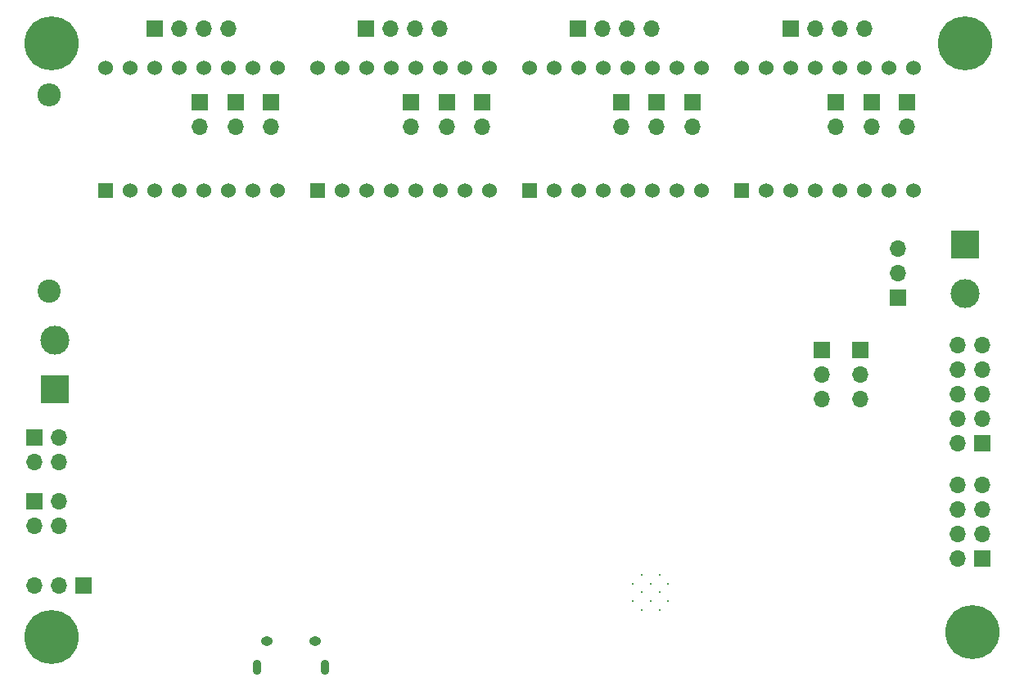
<source format=gbs>
G04 #@! TF.GenerationSoftware,KiCad,Pcbnew,(5.1.9)-1*
G04 #@! TF.CreationDate,2021-11-23T21:03:06+05:30*
G04 #@! TF.ProjectId,Onyx PCB,4f6e7978-2050-4434-922e-6b696361645f,rev?*
G04 #@! TF.SameCoordinates,Original*
G04 #@! TF.FileFunction,Soldermask,Bot*
G04 #@! TF.FilePolarity,Negative*
%FSLAX46Y46*%
G04 Gerber Fmt 4.6, Leading zero omitted, Abs format (unit mm)*
G04 Created by KiCad (PCBNEW (5.1.9)-1) date 2021-11-23 21:03:06*
%MOMM*%
%LPD*%
G01*
G04 APERTURE LIST*
%ADD10C,0.300000*%
%ADD11O,1.700000X1.700000*%
%ADD12R,1.700000X1.700000*%
%ADD13O,0.890000X1.550000*%
%ADD14O,1.250000X0.950000*%
%ADD15C,1.530000*%
%ADD16R,1.530000X1.530000*%
%ADD17C,3.000000*%
%ADD18R,3.000000X3.000000*%
%ADD19C,5.600000*%
%ADD20O,2.400000X2.400000*%
%ADD21C,2.400000*%
G04 APERTURE END LIST*
D10*
X177882500Y-136260000D03*
X179717500Y-136260000D03*
X176965000Y-137177500D03*
X178800000Y-137177500D03*
X180635000Y-137177500D03*
X177882500Y-138095000D03*
X179717500Y-138095000D03*
X176965000Y-139012500D03*
X178800000Y-139012500D03*
X180635000Y-139012500D03*
X177882500Y-139930000D03*
X179717500Y-139930000D03*
D11*
X200508000Y-118110000D03*
X200508000Y-115570000D03*
D12*
X200508000Y-113030000D03*
D11*
X115062000Y-137414000D03*
X117602000Y-137414000D03*
D12*
X120142000Y-137414000D03*
D13*
X145105000Y-145826000D03*
X138105000Y-145826000D03*
D14*
X144105000Y-143126000D03*
X139105000Y-143126000D03*
D11*
X210566000Y-127000000D03*
X213106000Y-127000000D03*
X210566000Y-129540000D03*
X213106000Y-129540000D03*
X210566000Y-132080000D03*
X213106000Y-132080000D03*
X210566000Y-134620000D03*
D12*
X213106000Y-134620000D03*
D11*
X210566000Y-112522000D03*
X213106000Y-112522000D03*
X210566000Y-115062000D03*
X213106000Y-115062000D03*
X210566000Y-117602000D03*
X213106000Y-117602000D03*
X210566000Y-120142000D03*
X213106000Y-120142000D03*
X210566000Y-122682000D03*
D12*
X213106000Y-122682000D03*
D11*
X205359000Y-89916000D03*
D12*
X205359000Y-87376000D03*
D11*
X201676000Y-89916000D03*
D12*
X201676000Y-87376000D03*
D11*
X197993000Y-89916000D03*
D12*
X197993000Y-87376000D03*
D11*
X183134000Y-89916000D03*
D12*
X183134000Y-87376000D03*
D11*
X179451000Y-89916000D03*
D12*
X179451000Y-87376000D03*
D11*
X175768000Y-89916000D03*
D12*
X175768000Y-87376000D03*
D11*
X161417000Y-89916000D03*
D12*
X161417000Y-87376000D03*
D11*
X157734000Y-89916000D03*
D12*
X157734000Y-87376000D03*
D11*
X154051000Y-89916000D03*
D12*
X154051000Y-87376000D03*
D11*
X139573000Y-89916000D03*
D12*
X139573000Y-87376000D03*
D11*
X135890000Y-89916000D03*
D12*
X135890000Y-87376000D03*
D11*
X132207000Y-89916000D03*
D12*
X132207000Y-87376000D03*
D15*
X188214000Y-83820000D03*
X190754000Y-83820000D03*
X193294000Y-83820000D03*
X195834000Y-83820000D03*
X198374000Y-83820000D03*
X200914000Y-83820000D03*
X203454000Y-83820000D03*
X205994000Y-83820000D03*
X205994000Y-96520000D03*
X203454000Y-96520000D03*
X200914000Y-96520000D03*
X198374000Y-96520000D03*
X195834000Y-96520000D03*
X193294000Y-96520000D03*
X190754000Y-96520000D03*
D16*
X188214000Y-96520000D03*
D15*
X166285000Y-83820000D03*
X168825000Y-83820000D03*
X171365000Y-83820000D03*
X173905000Y-83820000D03*
X176445000Y-83820000D03*
X178985000Y-83820000D03*
X181525000Y-83820000D03*
X184065000Y-83820000D03*
X184065000Y-96520000D03*
X181525000Y-96520000D03*
X178985000Y-96520000D03*
X176445000Y-96520000D03*
X173905000Y-96520000D03*
X171365000Y-96520000D03*
X168825000Y-96520000D03*
D16*
X166285000Y-96520000D03*
D15*
X144357000Y-83820000D03*
X146897000Y-83820000D03*
X149437000Y-83820000D03*
X151977000Y-83820000D03*
X154517000Y-83820000D03*
X157057000Y-83820000D03*
X159597000Y-83820000D03*
X162137000Y-83820000D03*
X162137000Y-96520000D03*
X159597000Y-96520000D03*
X157057000Y-96520000D03*
X154517000Y-96520000D03*
X151977000Y-96520000D03*
X149437000Y-96520000D03*
X146897000Y-96520000D03*
D16*
X144357000Y-96520000D03*
D15*
X122428000Y-83820000D03*
X124968000Y-83820000D03*
X127508000Y-83820000D03*
X130048000Y-83820000D03*
X132588000Y-83820000D03*
X135128000Y-83820000D03*
X137668000Y-83820000D03*
X140208000Y-83820000D03*
X140208000Y-96520000D03*
X137668000Y-96520000D03*
X135128000Y-96520000D03*
X132588000Y-96520000D03*
X130048000Y-96520000D03*
X127508000Y-96520000D03*
X124968000Y-96520000D03*
D16*
X122428000Y-96520000D03*
D11*
X204419000Y-102464000D03*
X204419000Y-105004000D03*
D12*
X204419000Y-107544000D03*
D11*
X117602000Y-131191000D03*
X115062000Y-131191000D03*
X117602000Y-128651000D03*
D12*
X115062000Y-128651000D03*
D11*
X117602000Y-124587000D03*
X115062000Y-124587000D03*
X117602000Y-122047000D03*
D12*
X115062000Y-122047000D03*
D17*
X211328000Y-107188000D03*
D18*
X211328000Y-102108000D03*
D11*
X196494000Y-118110000D03*
X196494000Y-115570000D03*
D12*
X196494000Y-113030000D03*
D17*
X117221000Y-112014000D03*
D18*
X117221000Y-117094000D03*
D11*
X200914000Y-79756000D03*
X198374000Y-79756000D03*
X195834000Y-79756000D03*
D12*
X193294000Y-79756000D03*
D11*
X178943000Y-79756000D03*
X176403000Y-79756000D03*
X173863000Y-79756000D03*
D12*
X171323000Y-79756000D03*
D11*
X156972000Y-79756000D03*
X154432000Y-79756000D03*
X151892000Y-79756000D03*
D12*
X149352000Y-79756000D03*
D11*
X135138000Y-79756000D03*
X132598000Y-79756000D03*
X130058000Y-79756000D03*
D12*
X127518000Y-79756000D03*
D19*
X116840000Y-81280000D03*
X212090000Y-142240000D03*
X116840000Y-142748000D03*
X211328000Y-81280000D03*
D20*
X116586000Y-86614000D03*
D21*
X116586000Y-106934000D03*
M02*

</source>
